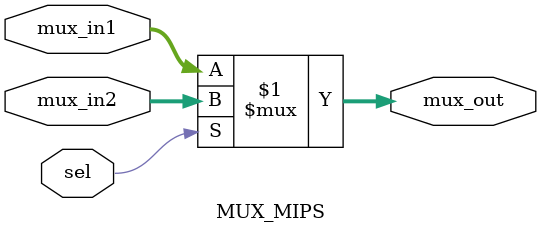
<source format=v>
module MUX_MIPS
  #(parameter mux_width = 32 )
  (
  input wire                      sel,
  input wire  [mux_width - 1 : 0] mux_in1,mux_in2,
  output wire [mux_width - 1 : 0] mux_out
  );

assign mux_out = (sel) ? mux_in2 : mux_in1 ;

endmodule


</source>
